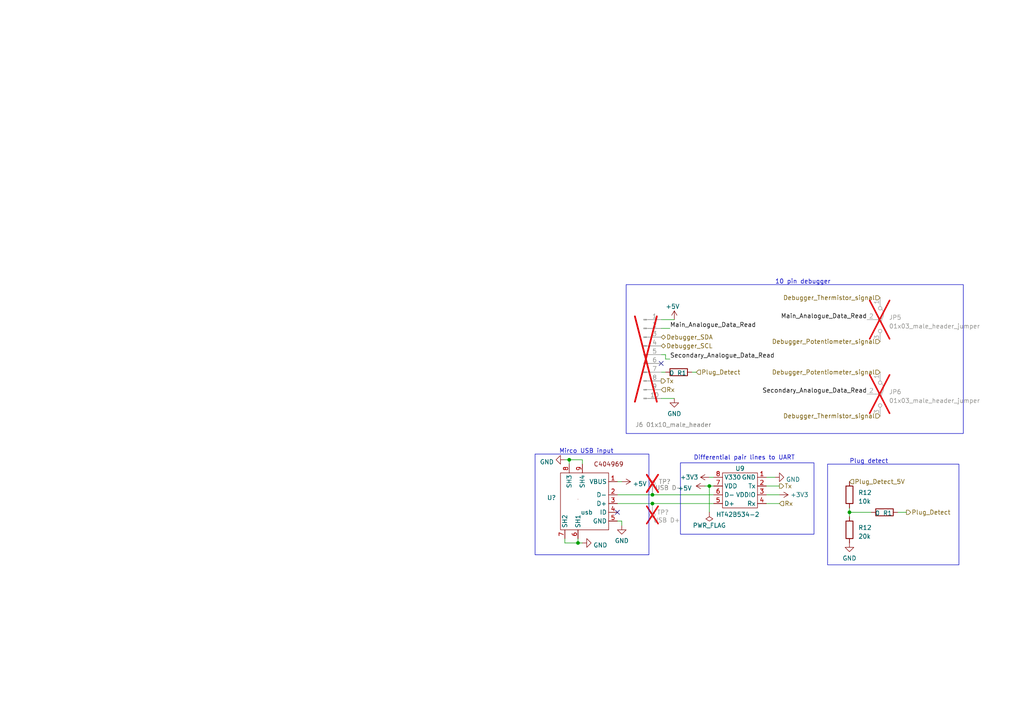
<source format=kicad_sch>
(kicad_sch (version 20230121) (generator eeschema)
  (paper "A4")
  (title_block (title "USB interfacing and 10 pin debugger") (date "2023-03-11") (rev "v0.3") (company "UCT") (comment 1 "Author: Cameron Clark and Robert Dugmore") (comment 2 "For connecting the micro USB to the batttery charger and data extraction from the EEPROM") (comment 3 "For connecting the required 10 pin debugger"))
  (lib_symbols
    (symbol "Connector:Conn_01x10_Pin" (pin_names (offset 1.016) hide)
      (property "Reference" "J" (at 0 12.7 0))
      (property "Value" "Conn_01x10_Pin" (at 0 -15.24 0))
      (symbol "Conn_01x10_Pin_1_1"
        (polyline (pts (xy 1.27 -12.7) (xy 0.8636 -12.7)) (stroke (width 0.1524)))
        (polyline (pts (xy 1.27 -10.16) (xy 0.8636 -10.16)) (stroke (width 0.1524)))
        (polyline (pts (xy 1.27 -7.62) (xy 0.8636 -7.62)) (stroke (width 0.1524)))
        (polyline (pts (xy 1.27 -5.08) (xy 0.8636 -5.08)) (stroke (width 0.1524)))
        (polyline (pts (xy 1.27 -2.54) (xy 0.8636 -2.54)) (stroke (width 0.1524)))
        (polyline (pts (xy 1.27 0) (xy 0.8636 0)) (stroke (width 0.1524)))
        (polyline (pts (xy 1.27 2.54) (xy 0.8636 2.54)) (stroke (width 0.1524)))
        (polyline (pts (xy 1.27 5.08) (xy 0.8636 5.08)) (stroke (width 0.1524)))
        (polyline (pts (xy 1.27 7.62) (xy 0.8636 7.62)) (stroke (width 0.1524)))
        (polyline (pts (xy 1.27 10.16) (xy 0.8636 10.16)) (stroke (width 0.1524)))
        (rectangle (start 0.8636 -12.573) (end 0 -12.827) (stroke (width 0.1524)) (fill (type outline)))
        (rectangle (start 0.8636 -10.033) (end 0 -10.287) (stroke (width 0.1524)) (fill (type outline)))
        (rectangle (start 0.8636 -7.493) (end 0 -7.747) (stroke (width 0.1524)) (fill (type outline)))
        (rectangle (start 0.8636 -4.953) (end 0 -5.207) (stroke (width 0.1524)) (fill (type outline)))
        (rectangle (start 0.8636 -2.413) (end 0 -2.667) (stroke (width 0.1524)) (fill (type outline)))
        (rectangle (start 0.8636 0.127) (end 0 -0.127) (stroke (width 0.1524)) (fill (type outline)))
        (rectangle (start 0.8636 2.667) (end 0 2.413) (stroke (width 0.1524)) (fill (type outline)))
        (rectangle (start 0.8636 5.207) (end 0 4.953) (stroke (width 0.1524)) (fill (type outline)))
        (rectangle (start 0.8636 7.747) (end 0 7.493) (stroke (width 0.1524)) (fill (type outline)))
        (rectangle (start 0.8636 10.287) (end 0 10.033) (stroke (width 0.1524)) (fill (type outline)))
        (pin passive line (at 5.08 10.16 180) (length 3.81) (name "Pin_1") (number "1"))
        (pin passive line (at 5.08 -12.7 180) (length 3.81) (name "Pin_10") (number "10"))
        (pin passive line (at 5.08 7.62 180) (length 3.81) (name "Pin_2") (number "2"))
        (pin passive line (at 5.08 5.08 180) (length 3.81) (name "Pin_3") (number "3"))
        (pin passive line (at 5.08 2.54 180) (length 3.81) (name "Pin_4") (number "4"))
        (pin passive line (at 5.08 0 180) (length 3.81) (name "Pin_5") (number "5"))
        (pin passive line (at 5.08 -2.54 180) (length 3.81) (name "Pin_6") (number "6"))
        (pin passive line (at 5.08 -5.08 180) (length 3.81) (name "Pin_7") (number "7"))
        (pin passive line (at 5.08 -7.62 180) (length 3.81) (name "Pin_8") (number "8"))
        (pin passive line (at 5.08 -10.16 180) (length 3.81) (name "Pin_9") (number "9"))
      )
    )
    (symbol "Connector:TestPoint" (pin_numbers hide) (pin_names (offset 0.762) hide)
      (property "Reference" "TP" (at 0 6.858 0))
      (property "Value" "TestPoint" (at 0 5.08 0))
      (symbol "TestPoint_0_1"
        (circle (center 0 3.302) (radius 0.762))
      )
      (symbol "TestPoint_1_1"
        (pin passive line (at 0 0 90) (length 2.54) (name "1") (number "1"))
      )
    )
    (symbol "Device:R" (pin_numbers hide) (pin_names (offset 0))
      (property "Reference" "R" (at 2.032 0 90))
      (property "Value" "R" (at 0 0 90))
      (symbol "R_0_1"
        (rectangle (start -1.016 -2.54) (end 1.016 2.54) (stroke (width 0.254)))
      )
      (symbol "R_1_1"
        (pin passive line (at 0 3.81 270) (length 1.27) (name "~") (number "1"))
        (pin passive line (at 0 -3.81 90) (length 1.27) (name "~") (number "2"))
      )
    )
    (symbol "EEE3088F_CKR:HT42B534-2"
      (property "Reference" "U" (at 0 6.35 0))
      (property "Value" "HT42B534-2" (at 0 -7.62 0))
      (symbol "HT42B534-2_0_1"
        (rectangle (start -5.08 5.08) (end 5.08 -5.08))
      )
      (symbol "HT42B534-2_1_1"
        (pin input line (at -7.62 3.81 0) (length 2.54) (name "GND") (number "1"))
        (pin input line (at -7.62 1.27 0) (length 2.54) (name "Tx") (number "2"))
        (pin input line (at -7.62 -1.27 0) (length 2.54) (name "VDDIO") (number "3"))
        (pin input line (at -7.62 -3.81 0) (length 2.54) (name "Rx") (number "4"))
        (pin input line (at 7.62 -3.81 180) (length 2.54) (name "D+") (number "5"))
        (pin input line (at 7.62 -1.27 180) (length 2.54) (name "D-") (number "6"))
        (pin input line (at 7.62 1.27 180) (length 2.54) (name "VDD") (number "7"))
        (pin input line (at 7.62 3.81 180) (length 2.54) (name "V330") (number "8"))
      )
    )
    (symbol "Jumper:Jumper_3_Bridged12" (pin_names (offset 0) hide)
      (property "Reference" "JP" (at -2.54 -2.54 0))
      (property "Value" "Jumper_3_Bridged12" (at 0 2.794 0))
      (symbol "Jumper_3_Bridged12_0_0"
        (circle (center -3.302 0) (radius 0.508))
        (circle (center 0 0) (radius 0.508))
        (circle (center 3.302 0) (radius 0.508))
      )
      (symbol "Jumper_3_Bridged12_0_1"
        (arc (start -0.254 0.508) (mid -1.651 0.9912) (end -3.048 0.508))
        (polyline (pts (xy 0 -1.27) (xy 0 -0.508)))
      )
      (symbol "Jumper_3_Bridged12_1_1"
        (pin passive line (at -6.35 0 0) (length 2.54) (name "A") (number "1"))
        (pin passive line (at 0 -3.81 90) (length 2.54) (name "C") (number "2"))
        (pin passive line (at 6.35 0 180) (length 2.54) (name "B") (number "3"))
      )
    )
    (symbol "power:+3V3" (power) (pin_names (offset 0))
      (property "Value" "+3V3" (at 0 3.556 0))
      (symbol "+3V3_0_1"
        (polyline (pts (xy -0.762 1.27) (xy 0 2.54)))
        (polyline (pts (xy 0 0) (xy 0 2.54)))
        (polyline (pts (xy 0 2.54) (xy 0.762 1.27)))
      )
      (symbol "+3V3_1_1"
        (pin power_in line (at 0 0 90) (length 0) hide (name "+3V3") (number "1"))
      )
    )
    (symbol "power:+5V" (power) (pin_names (offset 0))
      (property "Value" "+5V" (at 0 3.556 0))
      (symbol "+5V_0_1"
        (polyline (pts (xy -0.762 1.27) (xy 0 2.54)))
        (polyline (pts (xy 0 0) (xy 0 2.54)))
        (polyline (pts (xy 0 2.54) (xy 0.762 1.27)))
      )
      (symbol "+5V_1_1"
        (pin power_in line (at 0 0 90) (length 0) hide (name "+5V") (number "1"))
      )
    )
    (symbol "power:GND" (power) (pin_names (offset 0))
      (property "Value" "GND" (at 0 -3.81 0))
      (symbol "GND_0_1"
        (polyline (pts (xy 0 0) (xy 0 -1.27) (xy 1.27 -1.27) (xy 0 -2.54) (xy -1.27 -1.27) (xy 0 -1.27)))
      )
      (symbol "GND_1_1"
        (pin power_in line (at 0 0 270) (length 0) hide (name "GND") (number "1"))
      )
    )
    (symbol "power:PWR_FLAG" (power) (pin_numbers hide) (pin_names (offset 0) hide)
      (property "Value" "PWR_FLAG" (at 0 3.81 0))
      (symbol "PWR_FLAG_0_0"
        (pin power_out line (at 0 0 90) (length 0) (name "pwr") (number "1"))
      )
      (symbol "PWR_FLAG_0_1"
        (polyline (pts (xy 0 0) (xy 0 1.27) (xy -1.016 1.905) (xy 0 2.54) (xy 1.016 1.905) (xy 0 1.27)))
      )
    )
    (symbol "power_components_library:C404969"
      (property "Reference" "U" (at -3.81 7.62 0))
      (symbol "C404969_1_1"
        (rectangle (start -6.35 5.08) (end -6.35 5.08))
        (rectangle (start -6.35 5.08) (end 7.62 -11.43))
        (rectangle (start 2.54 -3.81) (end 2.54 -3.81))
        (text "C404969" (at -6.35 -13.97 0) (effects (font (size 1.27 1.27))))
        (pin input line (at -8.89 -8.89 0) (length 2.54) (name "VBUS") (number "1"))
        (pin input line (at -8.89 -5.08 0) (length 2.54) (name "D-") (number "2"))
        (pin input line (at -8.89 -2.54 0) (length 2.54) (name "D+") (number "3"))
        (pin input line (at -8.89 0 0) (length 2.54) (name "ID") (number "4"))
        (pin input line (at -8.89 2.54 0) (length 2.54) (name "GND") (number "5"))
        (pin input line (at 2.54 7.62 270) (length 2.54) (name "SH1") (number "6"))
        (pin input line (at 6.35 7.62 270) (length 2.54) (name "SH2") (number "7"))
        (pin input line (at 5.08 -13.97 90) (length 2.54) (name "SH3") (number "8"))
        (pin input line (at 1.27 -13.97 90) (length 2.54) (name "SH4") (number "9"))
      )
    )
  )
  (junction (at 165.1 133.35))
  (junction (at 189.23 146.05))
  (junction (at 189.23 143.51))
  (junction (at 167.64 157.48))
  (junction (at 246.38 148.59))
  (junction (at 205.74 140.97))
  (no_connect (at 191.77 105.41))
  (no_connect (at 179.07 148.59))
  (wire (pts (xy 194.31 104.14) (xy 193.04 104.14)))
  (wire (pts (xy 168.91 133.35) (xy 168.91 134.62)))
  (wire (pts (xy 165.1 133.35) (xy 165.1 134.62)))
  (wire (pts (xy 189.23 143.51) (xy 207.01 143.51)))
  (wire (pts (xy 195.58 92.71) (xy 191.77 92.71)))
  (wire (pts (xy 191.77 107.95) (xy 193.04 107.95)))
  (wire (pts (xy 180.34 151.13) (xy 180.34 152.4)))
  (wire (pts (xy 179.07 146.05) (xy 189.23 146.05)))
  (wire (pts (xy 193.04 102.87) (xy 191.77 102.87)))
  (wire (pts (xy 194.31 95.25) (xy 191.77 95.25)))
  (wire (pts (xy 189.23 146.05) (xy 207.01 146.05)))
  (wire (pts (xy 179.07 151.13) (xy 180.34 151.13)))
  (wire (pts (xy 222.25 138.43) (xy 224.79 138.43)))
  (wire (pts (xy 222.25 146.05) (xy 226.06 146.05)))
  (wire (pts (xy 222.25 140.97) (xy 226.06 140.97)))
  (wire (pts (xy 191.77 115.57) (xy 195.58 115.57)))
  (wire (pts (xy 163.83 157.48) (xy 167.64 157.48)))
  (wire (pts (xy 205.74 140.97) (xy 205.74 148.59)))
  (wire (pts (xy 205.74 138.43) (xy 207.01 138.43)))
  (wire (pts (xy 179.07 143.51) (xy 189.23 143.51)))
  (wire (pts (xy 193.04 104.14) (xy 193.04 102.87)))
  (wire (pts (xy 179.07 139.7) (xy 180.34 139.7)))
  (wire (pts (xy 260.35 148.59) (xy 262.89 148.59)))
  (wire (pts (xy 246.38 147.32) (xy 246.38 148.59)))
  (wire (pts (xy 246.38 148.59) (xy 246.38 149.86)))
  (wire (pts (xy 163.83 156.21) (xy 163.83 157.48)))
  (wire (pts (xy 205.74 140.97) (xy 207.01 140.97)))
  (wire (pts (xy 222.25 143.51) (xy 226.06 143.51)))
  (wire (pts (xy 246.38 148.59) (xy 252.73 148.59)))
  (wire (pts (xy 167.64 157.48) (xy 167.64 156.21)))
  (wire (pts (xy 165.1 133.35) (xy 168.91 133.35)))
  (wire (pts (xy 167.64 157.48) (xy 168.91 157.48)))
  (wire (pts (xy 163.83 133.35) (xy 165.1 133.35)))
  (wire (pts (xy 200.66 107.95) (xy 201.93 107.95)))
  (wire (pts (xy 204.47 140.97) (xy 205.74 140.97)))
  (rectangle (start 155.194 131.699) (end 188.214 160.909))
  (rectangle (start 240.03 134.62) (end 278.13 163.83))
  (rectangle (start 181.61 82.55) (end 279.4 125.73))
  (rectangle (start 197.358 134.239) (end 236.093 154.94))
  (text "Plug detect" (at 246.38 134.62 0) (effects (font (size 1.27 1.27)) (justify left bottom)))
  (text "Differential pair lines to UART" (at 201.168 133.604 0) (effects (font (size 1.27 1.27)) (justify left bottom)))
  (text "10 pin debugger" (at 224.79 82.55 0) (effects (font (size 1.27 1.27)) (justify left bottom)))
  (text "Mirco USB input" (at 162.179 131.699 0) (effects (font (size 1.27 1.27)) (justify left bottom)))
  (label "Secondary_Analogue_Data_Read" (at 251.46 114.3 180))
  (label "Main_Analogue_Data_Read" (at 194.31 95.25 0))
  (label "Main_Analogue_Data_Read" (at 251.46 92.71 180))
  (label "Secondary_Analogue_Data_Read" (at 194.31 104.14 0))
  (hierarchical_label "Debugger_SDA" (shape bidirectional) (at 191.77 97.79 0))
  (hierarchical_label "Debugger_Potentiometer_signal" (shape input) (at 255.27 107.95 180))
  (hierarchical_label "Debugger_Potentiometer_signal" (shape input) (at 255.27 99.06 180))
  (hierarchical_label "Plug_Detect" (shape output) (at 262.89 148.59 0))
  (hierarchical_label "Rx" (shape input) (at 226.06 146.05 0))
  (hierarchical_label "Plug_Detect" (shape input) (at 201.93 107.95 0))
  (hierarchical_label "Debugger_SCL" (shape bidirectional) (at 191.77 100.33 0))
  (hierarchical_label "Tx" (shape output) (at 191.77 110.49 0))
  (hierarchical_label "Rx" (shape input) (at 191.77 113.03 0))
  (hierarchical_label "Debugger_Thermistor_signal" (shape input) (at 255.27 120.65 180))
  (hierarchical_label "Tx" (shape output) (at 226.06 140.97 0))
  (hierarchical_label "Plug_Detect_5V" (shape input) (at 246.38 139.7 0))
  (hierarchical_label "Debugger_Thermistor_signal" (shape input) (at 255.27 86.36 180))
  (symbol (lib_id "power:GND") (at 224.79 138.43 90) (unit 1)
    (property "Reference" "#PWR055" (effects hide))
    (property "Value" "GND" (at 227.965 139.065 90) (effects (justify right)))
  )
  (symbol (lib_id "Device:R") (at 246.38 153.67 0) (unit 1)
    (property "Reference" "R12" (at 248.92 153.035 0) (effects (justify left)))
    (property "Value" "20k" (at 248.92 155.575 0) (effects (justify left)))
    (property "Footprint" "JLCPartFootprints:R0603" (effects hide))
    (property "Extended Part Cost" "0" (effects hide))
    (property "JLC code" "C4184" (effects hide))
    (property "Part name" "0603WAF2002T5E" (effects hide))
    (property "cost per unit" "0.0010" (effects hide))
    (property "JLCPCB Part #" "C4184" (effects hide))
    (instances (project "EEE3088F_CKR" (path "" (reference "R12") (unit 1)) (path "" (reference "R60") (unit 1))) (project "power" (path "" (reference "R1") (unit 1))))
  )
  (symbol (lib_id "power:+5V") (at 195.58 92.71 0) (unit 1)
    (property "Reference" "#PWR051" (effects hide))
    (property "Value" "+5V" (at 193.04 88.9 0) (effects (justify left)))
  )
  (symbol (lib_id "power:PWR_FLAG") (at 205.74 148.59 180) (unit 1)
    (property "Reference" "#FLG07" (effects hide))
    (property "Value" "PWR_FLAG" (at 205.74 152.4 0))
  )
  (symbol (lib_id "Connector:TestPoint") (at 189.23 146.05 180) (unit 1) (in_bom no) (on_board no) (dnp yes)
    (property "Reference" "TP?" (at 190.5 148.59 0) (effects (justify right)))
    (property "Value" "USB D+" (at 189.484 150.876 0) (effects (justify right)))
    (property "Footprint" "CustomFootprints:Testpoint" (effects hide))
    (property "Extended Part Cost" "0" (effects hide))
    (property "cost per unit" "0" (effects hide))
    (property "DNF" "X" (effects hide))
    (instances (project "EEE3088F_CKR" (path "" (reference "TP?") (unit 1)) (path "" (reference "TP?") (unit 1)) (path "" (reference "TP22") (unit 1))))
  )
  (symbol (lib_id "Connector:Conn_01x10_Pin") (at 186.69 102.87 0) (unit 1) (in_bom no) (on_board no) (dnp yes)
    (property "Reference" "J6" (at 185.42 123.19 0))
    (property "Value" "01x10_male_header" (at 196.85 123.19 0))
    (property "Footprint" "Connector_PinHeader_2.54mm:PinHeader_1x10_P2.54mm_Vertical" (effects hide))
    (property "Extended Part Cost" "0" (effects hide))
    (property "cost per unit" "0" (effects hide))
    (property "DNF" "X" (effects hide))
  )
  (symbol (lib_id "Connector:TestPoint") (at 189.23 143.51 0) (unit 1) (in_bom no) (on_board no) (dnp yes)
    (property "Reference" "TP?" (at 191.008 139.7 0) (effects (justify left)))
    (property "Value" "USB D-" (at 189.992 141.478 0) (effects (justify left)))
    (property "Footprint" "CustomFootprints:Testpoint" (effects hide))
    (property "Extended Part Cost" "0" (effects hide))
    (property "cost per unit" "0" (effects hide))
    (property "DNF" "X" (effects hide))
    (instances (project "EEE3088F_CKR" (path "" (reference "TP?") (unit 1)) (path "" (reference "TP?") (unit 1)) (path "" (reference "TP21") (unit 1))))
  )
  (symbol (lib_id "Jumper:Jumper_3_Bridged12") (at 255.27 114.3 270) (unit 1) (in_bom no) (on_board no) (dnp yes)
    (property "Reference" "JP6" (at 257.81 113.665 90) (effects (justify left)))
    (property "Value" "01x03_male_header_jumper" (at 257.81 116.205 90) (effects (justify left)))
    (property "Footprint" "Connector_PinHeader_2.54mm:PinHeader_1x03_P2.54mm_Vertical" (effects hide))
    (property "Extended Part Cost" "0" (effects hide))
    (property "cost per unit" "0" (effects hide))
    (property "DNF" "X" (effects hide))
  )
  (symbol (lib_id "Jumper:Jumper_3_Bridged12") (at 255.27 92.71 270) (unit 1) (in_bom no) (on_board no) (dnp yes)
    (property "Reference" "JP5" (at 257.81 92.075 90) (effects (justify left)))
    (property "Value" "01x03_male_header_jumper" (at 257.81 94.615 90) (effects (justify left)))
    (property "Footprint" "Connector_PinHeader_2.54mm:PinHeader_1x03_P2.54mm_Vertical" (effects hide))
    (property "Extended Part Cost" "0" (effects hide))
    (property "cost per unit" "0" (effects hide))
    (property "DNF" "X" (effects hide))
  )
  (symbol (lib_id "Device:R") (at 196.85 107.95 90) (unit 1)
    (property "Reference" "R1" (at 197.739 108.204 90))
    (property "Value" "0" (at 194.818 108.204 90))
    (property "Footprint" "JLCPartFootprints:R0603" (effects hide))
    (property "Extended Part Cost" "0" (effects hide))
    (property "JLC code" "C21189" (effects hide))
    (property "Part name" "0603WAF0000T5E" (effects hide))
    (property "cost per unit" "0,0010" (effects hide))
    (property "JLCPCB Part #" "C21189" (effects hide))
    (instances (project "EEE3088F_CKR" (path "" (reference "R1") (unit 1)) (path "" (reference "R58") (unit 1))))
  )
  (symbol (lib_id "power:+5V") (at 180.34 139.7 270) (unit 1)
    (property "Reference" "#PWR049" (effects hide))
    (property "Value" "+5V" (at 183.515 140.335 90) (effects (justify left)))
  )
  (symbol (lib_id "power:+3V3") (at 226.06 143.51 270) (unit 1)
    (property "Reference" "#PWR056" (effects hide))
    (property "Value" "+3V3" (at 229.235 143.51 90) (effects (justify left)))
  )
  (symbol (lib_id "EEE3088F_CKR:HT42B534-2") (at 214.63 142.24 0) (mirror y) (unit 1)
    (property "Reference" "U9" (at 214.63 135.89 0))
    (property "Value" "HT42B534-2" (at 213.995 149.225 0))
    (property "Footprint" "JLCPartFootprints:SOP-8_L4.9-W3.9-P1.27-LS6.0-BL" (effects hide))
    (property "Extended Part Cost" "3" (effects hide))
    (property "JLC code" "C493294" (effects hide))
    (property "Part name" "HT42B534-2" (effects hide))
    (property "cost per unit" "0.7554" (effects hide))
    (property "JLCPCB Part #" "C493294" (effects hide))
  )
  (symbol (lib_id "power_components_library:C404969") (at 170.18 148.59 180) (unit 1)
    (property "Reference" "U?" (at 161.29 144.3632 0) (effects (justify left)))
    (property "Value" "usb" (at 170.18 148.59 0))
    (property "Footprint" "JLCPartFootprints:MICRO-USB-SMD_MICROXNJ" (effects hide))
    (property "Extended Part Cost" "3" (effects hide))
    (property "JLC code" "C404969" (effects hide))
    (property "Part name" "MicroXNJ" (effects hide))
    (property "cost per unit" "0.0333" (effects hide))
    (property "JLCPCB Part #" "C404969" (effects hide))
    (instances (project "EEE3088F_CKR" (path "" (reference "U?") (unit 1)) (path "" (reference "U8") (unit 1))))
  )
  (symbol (lib_id "power:GND") (at 168.91 157.48 90) (unit 1)
    (property "Reference" "#PWR048" (effects hide))
    (property "Value" "GND" (at 172.085 158.115 90) (effects (justify right)))
  )
  (symbol (lib_id "power:GND") (at 195.58 115.57 0) (unit 1)
    (property "Reference" "#PWR052" (effects hide))
    (property "Value" "GND" (at 195.58 120.015 0))
  )
  (symbol (lib_id "power:GND") (at 180.34 152.4 0) (unit 1)
    (property "Reference" "#PWR050" (effects hide))
    (property "Value" "GND" (at 180.34 156.845 0))
  )
  (symbol (lib_id "Device:R") (at 246.38 143.51 0) (unit 1)
    (property "Reference" "R12" (at 248.92 142.875 0) (effects (justify left)))
    (property "Value" "10k" (at 248.92 145.415 0) (effects (justify left)))
    (property "Footprint" "JLCPartFootprints:R0805" (effects hide))
    (property "Extended Part Cost" "0" (effects hide))
    (property "JLC code" "C17414" (effects hide))
    (property "Part name" "0805W8F1002T5E" (effects hide))
    (property "cost per unit" "0,0010" (effects hide))
    (property "JLCPCB Part #" "C17414" (effects hide))
    (instances (project "EEE3088F_CKR" (path "" (reference "R12") (unit 1)) (path "" (reference "R59") (unit 1))) (project "power" (path "" (reference "R1") (unit 1))))
  )
  (symbol (lib_id "power:GND") (at 163.83 133.35 270) (unit 1)
    (property "Reference" "#PWR047" (effects hide))
    (property "Value" "GND" (at 160.655 133.985 90) (effects (justify right)))
  )
  (symbol (lib_id "Device:R") (at 256.54 148.59 90) (unit 1)
    (property "Reference" "R1" (at 257.429 148.844 90))
    (property "Value" "0" (at 254.508 148.844 90))
    (property "Footprint" "JLCPartFootprints:R0603" (effects hide))
    (property "Extended Part Cost" "0" (effects hide))
    (property "JLC code" "C21189" (effects hide))
    (property "Part name" "0603WAF0000T5E" (effects hide))
    (property "cost per unit" "0,0010" (effects hide))
    (property "JLCPCB Part #" "C21189" (effects hide))
    (instances (project "EEE3088F_CKR" (path "" (reference "R1") (unit 1)) (path "" (reference "R61") (unit 1))))
  )
  (symbol (lib_id "power:+5V") (at 204.47 140.97 90) (unit 1)
    (property "Reference" "#PWR053" (effects hide))
    (property "Value" "+5V" (at 200.66 141.605 90) (effects (justify left)))
  )
  (symbol (lib_id "power:GND") (at 246.38 157.48 0) (unit 1)
    (property "Reference" "#PWR058" (effects hide))
    (property "Value" "GND" (at 246.38 161.925 0))
  )
  (symbol (lib_id "power:+3V3") (at 205.74 138.43 90) (unit 1)
    (property "Reference" "#PWR054" (effects hide))
    (property "Value" "+3V3" (at 202.565 138.43 90) (effects (justify left)))
  )
)
</source>
